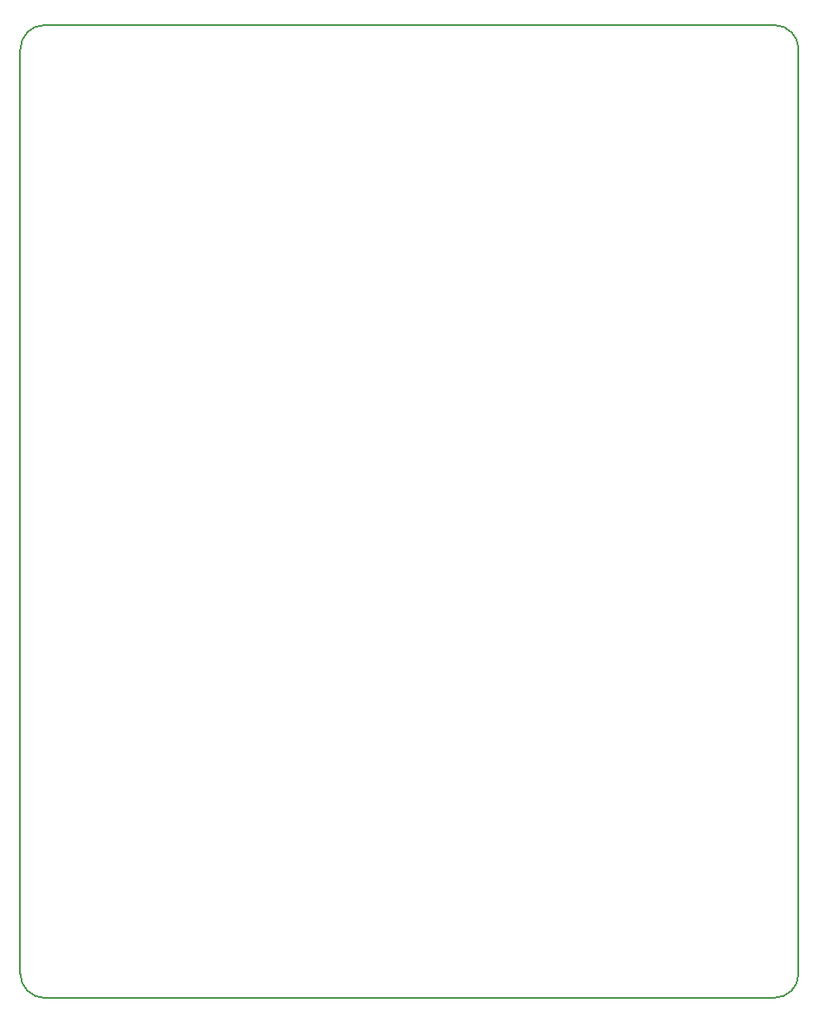
<source format=gm1>
G04 #@! TF.GenerationSoftware,KiCad,Pcbnew,(5.1.4)-1*
G04 #@! TF.CreationDate,2021-01-09T17:41:00+01:00*
G04 #@! TF.ProjectId,numpad,6e756d70-6164-42e6-9b69-6361645f7063,1.1*
G04 #@! TF.SameCoordinates,Original*
G04 #@! TF.FileFunction,Profile,NP*
%FSLAX46Y46*%
G04 Gerber Fmt 4.6, Leading zero omitted, Abs format (unit mm)*
G04 Created by KiCad (PCBNEW (5.1.4)-1) date 2021-01-09 17:41:00*
%MOMM*%
%LPD*%
G04 APERTURE LIST*
%ADD10C,0.150000*%
G04 APERTURE END LIST*
D10*
X120650000Y-130968750D02*
G75*
G02X118268750Y-133350000I-2381250J0D01*
G01*
X46831250Y-133350000D02*
G75*
G02X44450000Y-130968750I0J2381250D01*
G01*
X44450000Y-40481250D02*
G75*
G02X46831250Y-38100000I2381250J0D01*
G01*
X118268750Y-38100000D02*
G75*
G02X120650000Y-40481250I0J-2381250D01*
G01*
X120650000Y-130968750D02*
X120650000Y-40481250D01*
X46831250Y-133350000D02*
X118268750Y-133350000D01*
X44450000Y-40481250D02*
X44450000Y-130968750D01*
X118268750Y-38100000D02*
X46831250Y-38100000D01*
M02*

</source>
